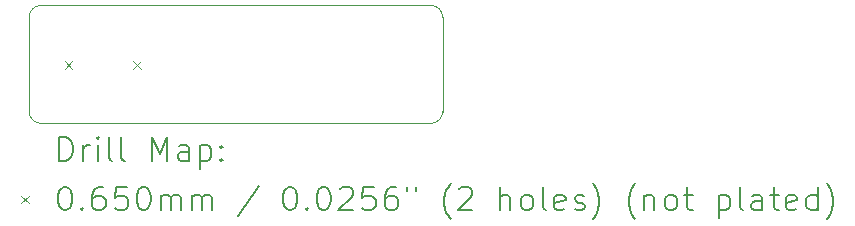
<source format=gbr>
%TF.GenerationSoftware,KiCad,Pcbnew,8.0.3*%
%TF.CreationDate,2024-07-23T17:59:11+08:00*%
%TF.ProjectId,udb-s,7564622d-732e-46b6-9963-61645f706362,rev?*%
%TF.SameCoordinates,Original*%
%TF.FileFunction,Drillmap*%
%TF.FilePolarity,Positive*%
%FSLAX45Y45*%
G04 Gerber Fmt 4.5, Leading zero omitted, Abs format (unit mm)*
G04 Created by KiCad (PCBNEW 8.0.3) date 2024-07-23 17:59:11*
%MOMM*%
%LPD*%
G01*
G04 APERTURE LIST*
%ADD10C,0.100000*%
%ADD11C,0.200000*%
G04 APERTURE END LIST*
D10*
X14350000Y-4050000D02*
X14350000Y-3250000D01*
X14350000Y-3250000D02*
G75*
G02*
X14450000Y-3150000I100000J0D01*
G01*
X14450000Y-3150000D02*
X17750000Y-3150000D01*
X14450000Y-4150000D02*
G75*
G02*
X14350000Y-4050000I0J100000D01*
G01*
X17850000Y-3250000D02*
X17850000Y-4050000D01*
X17750000Y-3150000D02*
G75*
G02*
X17850000Y-3250000I0J-100000D01*
G01*
X17850000Y-4050000D02*
G75*
G02*
X17750000Y-4150000I-100000J0D01*
G01*
X17750000Y-4150000D02*
X14450000Y-4150000D01*
D11*
D10*
X14650000Y-3620500D02*
X14715000Y-3685500D01*
X14715000Y-3620500D02*
X14650000Y-3685500D01*
X15228000Y-3620500D02*
X15293000Y-3685500D01*
X15293000Y-3620500D02*
X15228000Y-3685500D01*
D11*
X14605777Y-4466484D02*
X14605777Y-4266484D01*
X14605777Y-4266484D02*
X14653396Y-4266484D01*
X14653396Y-4266484D02*
X14681967Y-4276008D01*
X14681967Y-4276008D02*
X14701015Y-4295055D01*
X14701015Y-4295055D02*
X14710539Y-4314103D01*
X14710539Y-4314103D02*
X14720062Y-4352198D01*
X14720062Y-4352198D02*
X14720062Y-4380770D01*
X14720062Y-4380770D02*
X14710539Y-4418865D01*
X14710539Y-4418865D02*
X14701015Y-4437912D01*
X14701015Y-4437912D02*
X14681967Y-4456960D01*
X14681967Y-4456960D02*
X14653396Y-4466484D01*
X14653396Y-4466484D02*
X14605777Y-4466484D01*
X14805777Y-4466484D02*
X14805777Y-4333150D01*
X14805777Y-4371246D02*
X14815301Y-4352198D01*
X14815301Y-4352198D02*
X14824824Y-4342674D01*
X14824824Y-4342674D02*
X14843872Y-4333150D01*
X14843872Y-4333150D02*
X14862920Y-4333150D01*
X14929586Y-4466484D02*
X14929586Y-4333150D01*
X14929586Y-4266484D02*
X14920062Y-4276008D01*
X14920062Y-4276008D02*
X14929586Y-4285531D01*
X14929586Y-4285531D02*
X14939110Y-4276008D01*
X14939110Y-4276008D02*
X14929586Y-4266484D01*
X14929586Y-4266484D02*
X14929586Y-4285531D01*
X15053396Y-4466484D02*
X15034348Y-4456960D01*
X15034348Y-4456960D02*
X15024824Y-4437912D01*
X15024824Y-4437912D02*
X15024824Y-4266484D01*
X15158158Y-4466484D02*
X15139110Y-4456960D01*
X15139110Y-4456960D02*
X15129586Y-4437912D01*
X15129586Y-4437912D02*
X15129586Y-4266484D01*
X15386729Y-4466484D02*
X15386729Y-4266484D01*
X15386729Y-4266484D02*
X15453396Y-4409341D01*
X15453396Y-4409341D02*
X15520062Y-4266484D01*
X15520062Y-4266484D02*
X15520062Y-4466484D01*
X15701015Y-4466484D02*
X15701015Y-4361722D01*
X15701015Y-4361722D02*
X15691491Y-4342674D01*
X15691491Y-4342674D02*
X15672443Y-4333150D01*
X15672443Y-4333150D02*
X15634348Y-4333150D01*
X15634348Y-4333150D02*
X15615301Y-4342674D01*
X15701015Y-4456960D02*
X15681967Y-4466484D01*
X15681967Y-4466484D02*
X15634348Y-4466484D01*
X15634348Y-4466484D02*
X15615301Y-4456960D01*
X15615301Y-4456960D02*
X15605777Y-4437912D01*
X15605777Y-4437912D02*
X15605777Y-4418865D01*
X15605777Y-4418865D02*
X15615301Y-4399817D01*
X15615301Y-4399817D02*
X15634348Y-4390293D01*
X15634348Y-4390293D02*
X15681967Y-4390293D01*
X15681967Y-4390293D02*
X15701015Y-4380770D01*
X15796253Y-4333150D02*
X15796253Y-4533150D01*
X15796253Y-4342674D02*
X15815301Y-4333150D01*
X15815301Y-4333150D02*
X15853396Y-4333150D01*
X15853396Y-4333150D02*
X15872443Y-4342674D01*
X15872443Y-4342674D02*
X15881967Y-4352198D01*
X15881967Y-4352198D02*
X15891491Y-4371246D01*
X15891491Y-4371246D02*
X15891491Y-4428389D01*
X15891491Y-4428389D02*
X15881967Y-4447436D01*
X15881967Y-4447436D02*
X15872443Y-4456960D01*
X15872443Y-4456960D02*
X15853396Y-4466484D01*
X15853396Y-4466484D02*
X15815301Y-4466484D01*
X15815301Y-4466484D02*
X15796253Y-4456960D01*
X15977205Y-4447436D02*
X15986729Y-4456960D01*
X15986729Y-4456960D02*
X15977205Y-4466484D01*
X15977205Y-4466484D02*
X15967682Y-4456960D01*
X15967682Y-4456960D02*
X15977205Y-4447436D01*
X15977205Y-4447436D02*
X15977205Y-4466484D01*
X15977205Y-4342674D02*
X15986729Y-4352198D01*
X15986729Y-4352198D02*
X15977205Y-4361722D01*
X15977205Y-4361722D02*
X15967682Y-4352198D01*
X15967682Y-4352198D02*
X15977205Y-4342674D01*
X15977205Y-4342674D02*
X15977205Y-4361722D01*
D10*
X14280000Y-4762500D02*
X14345000Y-4827500D01*
X14345000Y-4762500D02*
X14280000Y-4827500D01*
D11*
X14643872Y-4686484D02*
X14662920Y-4686484D01*
X14662920Y-4686484D02*
X14681967Y-4696008D01*
X14681967Y-4696008D02*
X14691491Y-4705531D01*
X14691491Y-4705531D02*
X14701015Y-4724579D01*
X14701015Y-4724579D02*
X14710539Y-4762674D01*
X14710539Y-4762674D02*
X14710539Y-4810293D01*
X14710539Y-4810293D02*
X14701015Y-4848389D01*
X14701015Y-4848389D02*
X14691491Y-4867436D01*
X14691491Y-4867436D02*
X14681967Y-4876960D01*
X14681967Y-4876960D02*
X14662920Y-4886484D01*
X14662920Y-4886484D02*
X14643872Y-4886484D01*
X14643872Y-4886484D02*
X14624824Y-4876960D01*
X14624824Y-4876960D02*
X14615301Y-4867436D01*
X14615301Y-4867436D02*
X14605777Y-4848389D01*
X14605777Y-4848389D02*
X14596253Y-4810293D01*
X14596253Y-4810293D02*
X14596253Y-4762674D01*
X14596253Y-4762674D02*
X14605777Y-4724579D01*
X14605777Y-4724579D02*
X14615301Y-4705531D01*
X14615301Y-4705531D02*
X14624824Y-4696008D01*
X14624824Y-4696008D02*
X14643872Y-4686484D01*
X14796253Y-4867436D02*
X14805777Y-4876960D01*
X14805777Y-4876960D02*
X14796253Y-4886484D01*
X14796253Y-4886484D02*
X14786729Y-4876960D01*
X14786729Y-4876960D02*
X14796253Y-4867436D01*
X14796253Y-4867436D02*
X14796253Y-4886484D01*
X14977205Y-4686484D02*
X14939110Y-4686484D01*
X14939110Y-4686484D02*
X14920062Y-4696008D01*
X14920062Y-4696008D02*
X14910539Y-4705531D01*
X14910539Y-4705531D02*
X14891491Y-4734103D01*
X14891491Y-4734103D02*
X14881967Y-4772198D01*
X14881967Y-4772198D02*
X14881967Y-4848389D01*
X14881967Y-4848389D02*
X14891491Y-4867436D01*
X14891491Y-4867436D02*
X14901015Y-4876960D01*
X14901015Y-4876960D02*
X14920062Y-4886484D01*
X14920062Y-4886484D02*
X14958158Y-4886484D01*
X14958158Y-4886484D02*
X14977205Y-4876960D01*
X14977205Y-4876960D02*
X14986729Y-4867436D01*
X14986729Y-4867436D02*
X14996253Y-4848389D01*
X14996253Y-4848389D02*
X14996253Y-4800770D01*
X14996253Y-4800770D02*
X14986729Y-4781722D01*
X14986729Y-4781722D02*
X14977205Y-4772198D01*
X14977205Y-4772198D02*
X14958158Y-4762674D01*
X14958158Y-4762674D02*
X14920062Y-4762674D01*
X14920062Y-4762674D02*
X14901015Y-4772198D01*
X14901015Y-4772198D02*
X14891491Y-4781722D01*
X14891491Y-4781722D02*
X14881967Y-4800770D01*
X15177205Y-4686484D02*
X15081967Y-4686484D01*
X15081967Y-4686484D02*
X15072443Y-4781722D01*
X15072443Y-4781722D02*
X15081967Y-4772198D01*
X15081967Y-4772198D02*
X15101015Y-4762674D01*
X15101015Y-4762674D02*
X15148634Y-4762674D01*
X15148634Y-4762674D02*
X15167682Y-4772198D01*
X15167682Y-4772198D02*
X15177205Y-4781722D01*
X15177205Y-4781722D02*
X15186729Y-4800770D01*
X15186729Y-4800770D02*
X15186729Y-4848389D01*
X15186729Y-4848389D02*
X15177205Y-4867436D01*
X15177205Y-4867436D02*
X15167682Y-4876960D01*
X15167682Y-4876960D02*
X15148634Y-4886484D01*
X15148634Y-4886484D02*
X15101015Y-4886484D01*
X15101015Y-4886484D02*
X15081967Y-4876960D01*
X15081967Y-4876960D02*
X15072443Y-4867436D01*
X15310539Y-4686484D02*
X15329586Y-4686484D01*
X15329586Y-4686484D02*
X15348634Y-4696008D01*
X15348634Y-4696008D02*
X15358158Y-4705531D01*
X15358158Y-4705531D02*
X15367682Y-4724579D01*
X15367682Y-4724579D02*
X15377205Y-4762674D01*
X15377205Y-4762674D02*
X15377205Y-4810293D01*
X15377205Y-4810293D02*
X15367682Y-4848389D01*
X15367682Y-4848389D02*
X15358158Y-4867436D01*
X15358158Y-4867436D02*
X15348634Y-4876960D01*
X15348634Y-4876960D02*
X15329586Y-4886484D01*
X15329586Y-4886484D02*
X15310539Y-4886484D01*
X15310539Y-4886484D02*
X15291491Y-4876960D01*
X15291491Y-4876960D02*
X15281967Y-4867436D01*
X15281967Y-4867436D02*
X15272443Y-4848389D01*
X15272443Y-4848389D02*
X15262920Y-4810293D01*
X15262920Y-4810293D02*
X15262920Y-4762674D01*
X15262920Y-4762674D02*
X15272443Y-4724579D01*
X15272443Y-4724579D02*
X15281967Y-4705531D01*
X15281967Y-4705531D02*
X15291491Y-4696008D01*
X15291491Y-4696008D02*
X15310539Y-4686484D01*
X15462920Y-4886484D02*
X15462920Y-4753150D01*
X15462920Y-4772198D02*
X15472443Y-4762674D01*
X15472443Y-4762674D02*
X15491491Y-4753150D01*
X15491491Y-4753150D02*
X15520063Y-4753150D01*
X15520063Y-4753150D02*
X15539110Y-4762674D01*
X15539110Y-4762674D02*
X15548634Y-4781722D01*
X15548634Y-4781722D02*
X15548634Y-4886484D01*
X15548634Y-4781722D02*
X15558158Y-4762674D01*
X15558158Y-4762674D02*
X15577205Y-4753150D01*
X15577205Y-4753150D02*
X15605777Y-4753150D01*
X15605777Y-4753150D02*
X15624824Y-4762674D01*
X15624824Y-4762674D02*
X15634348Y-4781722D01*
X15634348Y-4781722D02*
X15634348Y-4886484D01*
X15729586Y-4886484D02*
X15729586Y-4753150D01*
X15729586Y-4772198D02*
X15739110Y-4762674D01*
X15739110Y-4762674D02*
X15758158Y-4753150D01*
X15758158Y-4753150D02*
X15786729Y-4753150D01*
X15786729Y-4753150D02*
X15805777Y-4762674D01*
X15805777Y-4762674D02*
X15815301Y-4781722D01*
X15815301Y-4781722D02*
X15815301Y-4886484D01*
X15815301Y-4781722D02*
X15824824Y-4762674D01*
X15824824Y-4762674D02*
X15843872Y-4753150D01*
X15843872Y-4753150D02*
X15872443Y-4753150D01*
X15872443Y-4753150D02*
X15891491Y-4762674D01*
X15891491Y-4762674D02*
X15901015Y-4781722D01*
X15901015Y-4781722D02*
X15901015Y-4886484D01*
X16291491Y-4676960D02*
X16120063Y-4934103D01*
X16548634Y-4686484D02*
X16567682Y-4686484D01*
X16567682Y-4686484D02*
X16586729Y-4696008D01*
X16586729Y-4696008D02*
X16596253Y-4705531D01*
X16596253Y-4705531D02*
X16605777Y-4724579D01*
X16605777Y-4724579D02*
X16615301Y-4762674D01*
X16615301Y-4762674D02*
X16615301Y-4810293D01*
X16615301Y-4810293D02*
X16605777Y-4848389D01*
X16605777Y-4848389D02*
X16596253Y-4867436D01*
X16596253Y-4867436D02*
X16586729Y-4876960D01*
X16586729Y-4876960D02*
X16567682Y-4886484D01*
X16567682Y-4886484D02*
X16548634Y-4886484D01*
X16548634Y-4886484D02*
X16529586Y-4876960D01*
X16529586Y-4876960D02*
X16520063Y-4867436D01*
X16520063Y-4867436D02*
X16510539Y-4848389D01*
X16510539Y-4848389D02*
X16501015Y-4810293D01*
X16501015Y-4810293D02*
X16501015Y-4762674D01*
X16501015Y-4762674D02*
X16510539Y-4724579D01*
X16510539Y-4724579D02*
X16520063Y-4705531D01*
X16520063Y-4705531D02*
X16529586Y-4696008D01*
X16529586Y-4696008D02*
X16548634Y-4686484D01*
X16701015Y-4867436D02*
X16710539Y-4876960D01*
X16710539Y-4876960D02*
X16701015Y-4886484D01*
X16701015Y-4886484D02*
X16691491Y-4876960D01*
X16691491Y-4876960D02*
X16701015Y-4867436D01*
X16701015Y-4867436D02*
X16701015Y-4886484D01*
X16834348Y-4686484D02*
X16853396Y-4686484D01*
X16853396Y-4686484D02*
X16872444Y-4696008D01*
X16872444Y-4696008D02*
X16881968Y-4705531D01*
X16881968Y-4705531D02*
X16891491Y-4724579D01*
X16891491Y-4724579D02*
X16901015Y-4762674D01*
X16901015Y-4762674D02*
X16901015Y-4810293D01*
X16901015Y-4810293D02*
X16891491Y-4848389D01*
X16891491Y-4848389D02*
X16881968Y-4867436D01*
X16881968Y-4867436D02*
X16872444Y-4876960D01*
X16872444Y-4876960D02*
X16853396Y-4886484D01*
X16853396Y-4886484D02*
X16834348Y-4886484D01*
X16834348Y-4886484D02*
X16815301Y-4876960D01*
X16815301Y-4876960D02*
X16805777Y-4867436D01*
X16805777Y-4867436D02*
X16796253Y-4848389D01*
X16796253Y-4848389D02*
X16786729Y-4810293D01*
X16786729Y-4810293D02*
X16786729Y-4762674D01*
X16786729Y-4762674D02*
X16796253Y-4724579D01*
X16796253Y-4724579D02*
X16805777Y-4705531D01*
X16805777Y-4705531D02*
X16815301Y-4696008D01*
X16815301Y-4696008D02*
X16834348Y-4686484D01*
X16977206Y-4705531D02*
X16986729Y-4696008D01*
X16986729Y-4696008D02*
X17005777Y-4686484D01*
X17005777Y-4686484D02*
X17053396Y-4686484D01*
X17053396Y-4686484D02*
X17072444Y-4696008D01*
X17072444Y-4696008D02*
X17081968Y-4705531D01*
X17081968Y-4705531D02*
X17091491Y-4724579D01*
X17091491Y-4724579D02*
X17091491Y-4743627D01*
X17091491Y-4743627D02*
X17081968Y-4772198D01*
X17081968Y-4772198D02*
X16967682Y-4886484D01*
X16967682Y-4886484D02*
X17091491Y-4886484D01*
X17272444Y-4686484D02*
X17177206Y-4686484D01*
X17177206Y-4686484D02*
X17167682Y-4781722D01*
X17167682Y-4781722D02*
X17177206Y-4772198D01*
X17177206Y-4772198D02*
X17196253Y-4762674D01*
X17196253Y-4762674D02*
X17243872Y-4762674D01*
X17243872Y-4762674D02*
X17262920Y-4772198D01*
X17262920Y-4772198D02*
X17272444Y-4781722D01*
X17272444Y-4781722D02*
X17281968Y-4800770D01*
X17281968Y-4800770D02*
X17281968Y-4848389D01*
X17281968Y-4848389D02*
X17272444Y-4867436D01*
X17272444Y-4867436D02*
X17262920Y-4876960D01*
X17262920Y-4876960D02*
X17243872Y-4886484D01*
X17243872Y-4886484D02*
X17196253Y-4886484D01*
X17196253Y-4886484D02*
X17177206Y-4876960D01*
X17177206Y-4876960D02*
X17167682Y-4867436D01*
X17453396Y-4686484D02*
X17415301Y-4686484D01*
X17415301Y-4686484D02*
X17396253Y-4696008D01*
X17396253Y-4696008D02*
X17386729Y-4705531D01*
X17386729Y-4705531D02*
X17367682Y-4734103D01*
X17367682Y-4734103D02*
X17358158Y-4772198D01*
X17358158Y-4772198D02*
X17358158Y-4848389D01*
X17358158Y-4848389D02*
X17367682Y-4867436D01*
X17367682Y-4867436D02*
X17377206Y-4876960D01*
X17377206Y-4876960D02*
X17396253Y-4886484D01*
X17396253Y-4886484D02*
X17434349Y-4886484D01*
X17434349Y-4886484D02*
X17453396Y-4876960D01*
X17453396Y-4876960D02*
X17462920Y-4867436D01*
X17462920Y-4867436D02*
X17472444Y-4848389D01*
X17472444Y-4848389D02*
X17472444Y-4800770D01*
X17472444Y-4800770D02*
X17462920Y-4781722D01*
X17462920Y-4781722D02*
X17453396Y-4772198D01*
X17453396Y-4772198D02*
X17434349Y-4762674D01*
X17434349Y-4762674D02*
X17396253Y-4762674D01*
X17396253Y-4762674D02*
X17377206Y-4772198D01*
X17377206Y-4772198D02*
X17367682Y-4781722D01*
X17367682Y-4781722D02*
X17358158Y-4800770D01*
X17548634Y-4686484D02*
X17548634Y-4724579D01*
X17624825Y-4686484D02*
X17624825Y-4724579D01*
X17920063Y-4962674D02*
X17910539Y-4953150D01*
X17910539Y-4953150D02*
X17891491Y-4924579D01*
X17891491Y-4924579D02*
X17881968Y-4905531D01*
X17881968Y-4905531D02*
X17872444Y-4876960D01*
X17872444Y-4876960D02*
X17862920Y-4829341D01*
X17862920Y-4829341D02*
X17862920Y-4791246D01*
X17862920Y-4791246D02*
X17872444Y-4743627D01*
X17872444Y-4743627D02*
X17881968Y-4715055D01*
X17881968Y-4715055D02*
X17891491Y-4696008D01*
X17891491Y-4696008D02*
X17910539Y-4667436D01*
X17910539Y-4667436D02*
X17920063Y-4657912D01*
X17986730Y-4705531D02*
X17996253Y-4696008D01*
X17996253Y-4696008D02*
X18015301Y-4686484D01*
X18015301Y-4686484D02*
X18062920Y-4686484D01*
X18062920Y-4686484D02*
X18081968Y-4696008D01*
X18081968Y-4696008D02*
X18091491Y-4705531D01*
X18091491Y-4705531D02*
X18101015Y-4724579D01*
X18101015Y-4724579D02*
X18101015Y-4743627D01*
X18101015Y-4743627D02*
X18091491Y-4772198D01*
X18091491Y-4772198D02*
X17977206Y-4886484D01*
X17977206Y-4886484D02*
X18101015Y-4886484D01*
X18339111Y-4886484D02*
X18339111Y-4686484D01*
X18424825Y-4886484D02*
X18424825Y-4781722D01*
X18424825Y-4781722D02*
X18415301Y-4762674D01*
X18415301Y-4762674D02*
X18396253Y-4753150D01*
X18396253Y-4753150D02*
X18367682Y-4753150D01*
X18367682Y-4753150D02*
X18348634Y-4762674D01*
X18348634Y-4762674D02*
X18339111Y-4772198D01*
X18548634Y-4886484D02*
X18529587Y-4876960D01*
X18529587Y-4876960D02*
X18520063Y-4867436D01*
X18520063Y-4867436D02*
X18510539Y-4848389D01*
X18510539Y-4848389D02*
X18510539Y-4791246D01*
X18510539Y-4791246D02*
X18520063Y-4772198D01*
X18520063Y-4772198D02*
X18529587Y-4762674D01*
X18529587Y-4762674D02*
X18548634Y-4753150D01*
X18548634Y-4753150D02*
X18577206Y-4753150D01*
X18577206Y-4753150D02*
X18596253Y-4762674D01*
X18596253Y-4762674D02*
X18605777Y-4772198D01*
X18605777Y-4772198D02*
X18615301Y-4791246D01*
X18615301Y-4791246D02*
X18615301Y-4848389D01*
X18615301Y-4848389D02*
X18605777Y-4867436D01*
X18605777Y-4867436D02*
X18596253Y-4876960D01*
X18596253Y-4876960D02*
X18577206Y-4886484D01*
X18577206Y-4886484D02*
X18548634Y-4886484D01*
X18729587Y-4886484D02*
X18710539Y-4876960D01*
X18710539Y-4876960D02*
X18701015Y-4857912D01*
X18701015Y-4857912D02*
X18701015Y-4686484D01*
X18881968Y-4876960D02*
X18862920Y-4886484D01*
X18862920Y-4886484D02*
X18824825Y-4886484D01*
X18824825Y-4886484D02*
X18805777Y-4876960D01*
X18805777Y-4876960D02*
X18796253Y-4857912D01*
X18796253Y-4857912D02*
X18796253Y-4781722D01*
X18796253Y-4781722D02*
X18805777Y-4762674D01*
X18805777Y-4762674D02*
X18824825Y-4753150D01*
X18824825Y-4753150D02*
X18862920Y-4753150D01*
X18862920Y-4753150D02*
X18881968Y-4762674D01*
X18881968Y-4762674D02*
X18891492Y-4781722D01*
X18891492Y-4781722D02*
X18891492Y-4800770D01*
X18891492Y-4800770D02*
X18796253Y-4819817D01*
X18967682Y-4876960D02*
X18986730Y-4886484D01*
X18986730Y-4886484D02*
X19024825Y-4886484D01*
X19024825Y-4886484D02*
X19043873Y-4876960D01*
X19043873Y-4876960D02*
X19053396Y-4857912D01*
X19053396Y-4857912D02*
X19053396Y-4848389D01*
X19053396Y-4848389D02*
X19043873Y-4829341D01*
X19043873Y-4829341D02*
X19024825Y-4819817D01*
X19024825Y-4819817D02*
X18996253Y-4819817D01*
X18996253Y-4819817D02*
X18977206Y-4810293D01*
X18977206Y-4810293D02*
X18967682Y-4791246D01*
X18967682Y-4791246D02*
X18967682Y-4781722D01*
X18967682Y-4781722D02*
X18977206Y-4762674D01*
X18977206Y-4762674D02*
X18996253Y-4753150D01*
X18996253Y-4753150D02*
X19024825Y-4753150D01*
X19024825Y-4753150D02*
X19043873Y-4762674D01*
X19120063Y-4962674D02*
X19129587Y-4953150D01*
X19129587Y-4953150D02*
X19148634Y-4924579D01*
X19148634Y-4924579D02*
X19158158Y-4905531D01*
X19158158Y-4905531D02*
X19167682Y-4876960D01*
X19167682Y-4876960D02*
X19177206Y-4829341D01*
X19177206Y-4829341D02*
X19177206Y-4791246D01*
X19177206Y-4791246D02*
X19167682Y-4743627D01*
X19167682Y-4743627D02*
X19158158Y-4715055D01*
X19158158Y-4715055D02*
X19148634Y-4696008D01*
X19148634Y-4696008D02*
X19129587Y-4667436D01*
X19129587Y-4667436D02*
X19120063Y-4657912D01*
X19481968Y-4962674D02*
X19472444Y-4953150D01*
X19472444Y-4953150D02*
X19453396Y-4924579D01*
X19453396Y-4924579D02*
X19443873Y-4905531D01*
X19443873Y-4905531D02*
X19434349Y-4876960D01*
X19434349Y-4876960D02*
X19424825Y-4829341D01*
X19424825Y-4829341D02*
X19424825Y-4791246D01*
X19424825Y-4791246D02*
X19434349Y-4743627D01*
X19434349Y-4743627D02*
X19443873Y-4715055D01*
X19443873Y-4715055D02*
X19453396Y-4696008D01*
X19453396Y-4696008D02*
X19472444Y-4667436D01*
X19472444Y-4667436D02*
X19481968Y-4657912D01*
X19558158Y-4753150D02*
X19558158Y-4886484D01*
X19558158Y-4772198D02*
X19567682Y-4762674D01*
X19567682Y-4762674D02*
X19586730Y-4753150D01*
X19586730Y-4753150D02*
X19615301Y-4753150D01*
X19615301Y-4753150D02*
X19634349Y-4762674D01*
X19634349Y-4762674D02*
X19643873Y-4781722D01*
X19643873Y-4781722D02*
X19643873Y-4886484D01*
X19767682Y-4886484D02*
X19748634Y-4876960D01*
X19748634Y-4876960D02*
X19739111Y-4867436D01*
X19739111Y-4867436D02*
X19729587Y-4848389D01*
X19729587Y-4848389D02*
X19729587Y-4791246D01*
X19729587Y-4791246D02*
X19739111Y-4772198D01*
X19739111Y-4772198D02*
X19748634Y-4762674D01*
X19748634Y-4762674D02*
X19767682Y-4753150D01*
X19767682Y-4753150D02*
X19796254Y-4753150D01*
X19796254Y-4753150D02*
X19815301Y-4762674D01*
X19815301Y-4762674D02*
X19824825Y-4772198D01*
X19824825Y-4772198D02*
X19834349Y-4791246D01*
X19834349Y-4791246D02*
X19834349Y-4848389D01*
X19834349Y-4848389D02*
X19824825Y-4867436D01*
X19824825Y-4867436D02*
X19815301Y-4876960D01*
X19815301Y-4876960D02*
X19796254Y-4886484D01*
X19796254Y-4886484D02*
X19767682Y-4886484D01*
X19891492Y-4753150D02*
X19967682Y-4753150D01*
X19920063Y-4686484D02*
X19920063Y-4857912D01*
X19920063Y-4857912D02*
X19929587Y-4876960D01*
X19929587Y-4876960D02*
X19948634Y-4886484D01*
X19948634Y-4886484D02*
X19967682Y-4886484D01*
X20186730Y-4753150D02*
X20186730Y-4953150D01*
X20186730Y-4762674D02*
X20205777Y-4753150D01*
X20205777Y-4753150D02*
X20243873Y-4753150D01*
X20243873Y-4753150D02*
X20262920Y-4762674D01*
X20262920Y-4762674D02*
X20272444Y-4772198D01*
X20272444Y-4772198D02*
X20281968Y-4791246D01*
X20281968Y-4791246D02*
X20281968Y-4848389D01*
X20281968Y-4848389D02*
X20272444Y-4867436D01*
X20272444Y-4867436D02*
X20262920Y-4876960D01*
X20262920Y-4876960D02*
X20243873Y-4886484D01*
X20243873Y-4886484D02*
X20205777Y-4886484D01*
X20205777Y-4886484D02*
X20186730Y-4876960D01*
X20396254Y-4886484D02*
X20377206Y-4876960D01*
X20377206Y-4876960D02*
X20367682Y-4857912D01*
X20367682Y-4857912D02*
X20367682Y-4686484D01*
X20558158Y-4886484D02*
X20558158Y-4781722D01*
X20558158Y-4781722D02*
X20548635Y-4762674D01*
X20548635Y-4762674D02*
X20529587Y-4753150D01*
X20529587Y-4753150D02*
X20491492Y-4753150D01*
X20491492Y-4753150D02*
X20472444Y-4762674D01*
X20558158Y-4876960D02*
X20539111Y-4886484D01*
X20539111Y-4886484D02*
X20491492Y-4886484D01*
X20491492Y-4886484D02*
X20472444Y-4876960D01*
X20472444Y-4876960D02*
X20462920Y-4857912D01*
X20462920Y-4857912D02*
X20462920Y-4838865D01*
X20462920Y-4838865D02*
X20472444Y-4819817D01*
X20472444Y-4819817D02*
X20491492Y-4810293D01*
X20491492Y-4810293D02*
X20539111Y-4810293D01*
X20539111Y-4810293D02*
X20558158Y-4800770D01*
X20624825Y-4753150D02*
X20701015Y-4753150D01*
X20653396Y-4686484D02*
X20653396Y-4857912D01*
X20653396Y-4857912D02*
X20662920Y-4876960D01*
X20662920Y-4876960D02*
X20681968Y-4886484D01*
X20681968Y-4886484D02*
X20701015Y-4886484D01*
X20843873Y-4876960D02*
X20824825Y-4886484D01*
X20824825Y-4886484D02*
X20786730Y-4886484D01*
X20786730Y-4886484D02*
X20767682Y-4876960D01*
X20767682Y-4876960D02*
X20758158Y-4857912D01*
X20758158Y-4857912D02*
X20758158Y-4781722D01*
X20758158Y-4781722D02*
X20767682Y-4762674D01*
X20767682Y-4762674D02*
X20786730Y-4753150D01*
X20786730Y-4753150D02*
X20824825Y-4753150D01*
X20824825Y-4753150D02*
X20843873Y-4762674D01*
X20843873Y-4762674D02*
X20853396Y-4781722D01*
X20853396Y-4781722D02*
X20853396Y-4800770D01*
X20853396Y-4800770D02*
X20758158Y-4819817D01*
X21024825Y-4886484D02*
X21024825Y-4686484D01*
X21024825Y-4876960D02*
X21005777Y-4886484D01*
X21005777Y-4886484D02*
X20967682Y-4886484D01*
X20967682Y-4886484D02*
X20948635Y-4876960D01*
X20948635Y-4876960D02*
X20939111Y-4867436D01*
X20939111Y-4867436D02*
X20929587Y-4848389D01*
X20929587Y-4848389D02*
X20929587Y-4791246D01*
X20929587Y-4791246D02*
X20939111Y-4772198D01*
X20939111Y-4772198D02*
X20948635Y-4762674D01*
X20948635Y-4762674D02*
X20967682Y-4753150D01*
X20967682Y-4753150D02*
X21005777Y-4753150D01*
X21005777Y-4753150D02*
X21024825Y-4762674D01*
X21101016Y-4962674D02*
X21110539Y-4953150D01*
X21110539Y-4953150D02*
X21129587Y-4924579D01*
X21129587Y-4924579D02*
X21139111Y-4905531D01*
X21139111Y-4905531D02*
X21148635Y-4876960D01*
X21148635Y-4876960D02*
X21158158Y-4829341D01*
X21158158Y-4829341D02*
X21158158Y-4791246D01*
X21158158Y-4791246D02*
X21148635Y-4743627D01*
X21148635Y-4743627D02*
X21139111Y-4715055D01*
X21139111Y-4715055D02*
X21129587Y-4696008D01*
X21129587Y-4696008D02*
X21110539Y-4667436D01*
X21110539Y-4667436D02*
X21101016Y-4657912D01*
M02*

</source>
